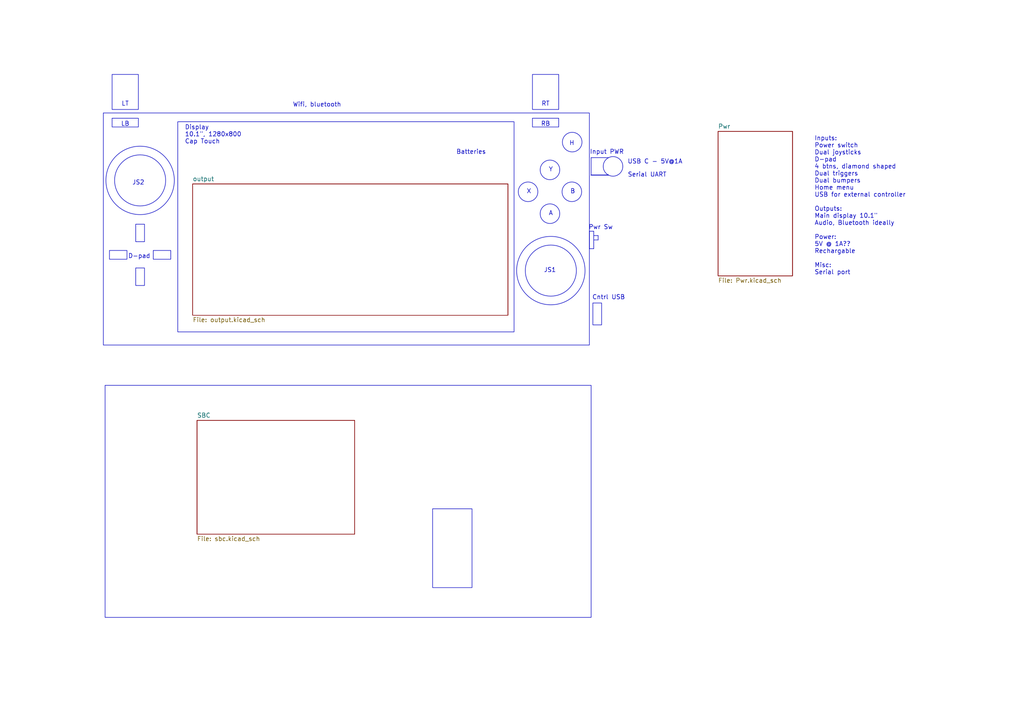
<source format=kicad_sch>
(kicad_sch
	(version 20250114)
	(generator "eeschema")
	(generator_version "9.0")
	(uuid "e2b47f54-afd4-414f-8c8f-251eedeb980e")
	(paper "A4")
	(lib_symbols)
	(rectangle
		(start 51.562 35.306)
		(end 149.098 96.266)
		(stroke
			(width 0)
			(type default)
		)
		(fill
			(type none)
		)
		(uuid 10a3bd39-5fcd-400d-878e-3cb6e3f65316)
	)
	(circle
		(center 153.162 55.626)
		(radius 2.8398)
		(stroke
			(width 0)
			(type default)
		)
		(fill
			(type none)
		)
		(uuid 32a06323-e2fc-490c-8814-9abe0c1c3776)
	)
	(circle
		(center 159.766 78.486)
		(radius 7.4053)
		(stroke
			(width 0)
			(type default)
		)
		(fill
			(type none)
		)
		(uuid 36715e1f-da89-4c38-83f5-31748fac4eed)
	)
	(circle
		(center 165.9614 41.2187)
		(radius 2.8398)
		(stroke
			(width 0)
			(type default)
		)
		(fill
			(type none)
		)
		(uuid 3e042596-67b0-4d55-8b88-34b64cf3aad9)
	)
	(circle
		(center 165.862 55.626)
		(radius 2.8398)
		(stroke
			(width 0)
			(type default)
		)
		(fill
			(type none)
		)
		(uuid 416dacdc-d5c4-46e5-94e9-6c14e1285a9f)
	)
	(rectangle
		(start 31.75 72.644)
		(end 36.83 75.184)
		(stroke
			(width 0)
			(type default)
		)
		(fill
			(type none)
		)
		(uuid 5637fbc8-648c-4d21-8900-db3c74141d8d)
	)
	(rectangle
		(start 30.48 111.76)
		(end 171.45 179.07)
		(stroke
			(width 0)
			(type default)
		)
		(fill
			(type none)
		)
		(uuid 67019275-d795-4f66-b0e5-440be991c37d)
	)
	(circle
		(center 159.512 61.976)
		(radius 2.8398)
		(stroke
			(width 0)
			(type default)
		)
		(fill
			(type none)
		)
		(uuid 72609b5a-1ace-4917-8619-51a2e9b3e977)
	)
	(rectangle
		(start 32.512 34.29)
		(end 40.132 36.83)
		(stroke
			(width 0)
			(type default)
		)
		(fill
			(type none)
		)
		(uuid 7511889c-b445-43ce-a554-36d0866a9a74)
	)
	(circle
		(center 159.766 78.486)
		(radius 9.919)
		(stroke
			(width 0)
			(type default)
		)
		(fill
			(type none)
		)
		(uuid 78cd3594-e700-4e9b-a31a-e83ec8455342)
	)
	(rectangle
		(start 39.37 77.724)
		(end 41.91 82.804)
		(stroke
			(width 0)
			(type default)
		)
		(fill
			(type none)
		)
		(uuid 928a473a-45ed-400c-8872-0bb22c47f680)
	)
	(rectangle
		(start 154.432 34.29)
		(end 162.052 36.83)
		(stroke
			(width 0)
			(type default)
		)
		(fill
			(type none)
		)
		(uuid 9d0f7133-0f34-494d-a14d-9d2e5370d4ed)
	)
	(circle
		(center 40.64 52.324)
		(radius 9.919)
		(stroke
			(width 0)
			(type default)
		)
		(fill
			(type none)
		)
		(uuid a2805a7d-85eb-4bd0-89ce-ebd89dcc3e7c)
	)
	(circle
		(center 40.64 52.324)
		(radius 7.4053)
		(stroke
			(width 0)
			(type default)
		)
		(fill
			(type none)
		)
		(uuid a59c1a94-0295-4ec7-a409-20586399c203)
	)
	(rectangle
		(start 154.432 21.59)
		(end 162.052 31.75)
		(stroke
			(width 0)
			(type default)
		)
		(fill
			(type none)
		)
		(uuid ad91e617-40f9-48ce-91be-c8eb7dc8fbf6)
	)
	(circle
		(center 177.8 48.26)
		(radius 2.8398)
		(stroke
			(width 0)
			(type default)
		)
		(fill
			(type none)
		)
		(uuid aeae3a10-9363-49a2-9f7d-fc3d72fbdf84)
	)
	(rectangle
		(start 44.45 72.644)
		(end 49.53 75.184)
		(stroke
			(width 0)
			(type default)
		)
		(fill
			(type none)
		)
		(uuid b22a1a1f-869a-4181-bcc3-35172298fa25)
	)
	(circle
		(center 159.512 49.276)
		(radius 2.8398)
		(stroke
			(width 0)
			(type default)
		)
		(fill
			(type none)
		)
		(uuid c2b21cfd-bc94-4ec5-879b-09709d9041f1)
	)
	(rectangle
		(start 32.512 21.59)
		(end 40.132 31.75)
		(stroke
			(width 0)
			(type default)
		)
		(fill
			(type none)
		)
		(uuid c7e21c73-ed69-4a10-a7f5-9106e20d6214)
	)
	(rectangle
		(start 171.958 87.884)
		(end 174.498 94.234)
		(stroke
			(width 0)
			(type default)
		)
		(fill
			(type none)
		)
		(uuid d0517db7-cc02-4f5c-8882-dd383fbabf8f)
	)
	(rectangle
		(start 29.972 32.766)
		(end 170.942 100.076)
		(stroke
			(width 0)
			(type default)
		)
		(fill
			(type none)
		)
		(uuid ec017fa7-2e12-4e5e-8c71-1b8d8d535edc)
	)
	(rectangle
		(start 125.476 147.574)
		(end 136.906 170.434)
		(stroke
			(width 0)
			(type default)
		)
		(fill
			(type none)
		)
		(uuid ed51a725-b947-479d-a18d-8c44b969fe0c)
	)
	(rectangle
		(start 39.37 65.024)
		(end 41.91 70.104)
		(stroke
			(width 0)
			(type default)
		)
		(fill
			(type none)
		)
		(uuid f3cdbf67-7f35-4537-8a2f-96059e79fb35)
	)
	(text "Display\n10.1\", 1280x800\nCap Touch"
		(exclude_from_sim no)
		(at 53.594 39.116 0)
		(effects
			(font
				(size 1.27 1.27)
			)
			(justify left)
		)
		(uuid "035a0749-a560-4c0b-8531-37177ab28cef")
	)
	(text "D-pad"
		(exclude_from_sim no)
		(at 40.386 74.422 0)
		(effects
			(font
				(size 1.27 1.27)
			)
		)
		(uuid "118dd6df-c56b-458a-9146-ed7bc72b7314")
	)
	(text "B"
		(exclude_from_sim no)
		(at 166.116 55.626 0)
		(effects
			(font
				(size 1.27 1.27)
			)
		)
		(uuid "11eefa4a-bd94-490e-b96f-22064c1ba156")
	)
	(text "A"
		(exclude_from_sim no)
		(at 159.766 61.976 0)
		(effects
			(font
				(size 1.27 1.27)
			)
		)
		(uuid "122a55f7-ec84-4910-afe8-45fffaadb7b7")
	)
	(text "Cntrl USB"
		(exclude_from_sim no)
		(at 176.53 86.36 0)
		(effects
			(font
				(size 1.27 1.27)
			)
		)
		(uuid "26f6944a-0453-4cb1-8e00-58260f552a49")
	)
	(text "USB C - 5V@1A"
		(exclude_from_sim no)
		(at 189.992 46.99 0)
		(effects
			(font
				(size 1.27 1.27)
			)
		)
		(uuid "2c9efc13-4358-4b8a-8ca6-85b29a5891fb")
	)
	(text "H"
		(exclude_from_sim no)
		(at 165.862 41.656 0)
		(effects
			(font
				(size 1.27 1.27)
			)
		)
		(uuid "2ddac7bf-3f52-456a-841a-1f9b47f07669")
	)
	(text "Inputs:\nPower switch\nDual joysticks\nD-pad\n4 btns, diamond shaped\nDual triggers\nDual bumpers\nHome menu\nUSB for external controller\n\nOutputs:\nMain display 10.1\"\nAudio, Bluetooth ideally\n\nPower:\n5V @ 1A??\nRechargable\n\nMisc:\nSerial port"
		(exclude_from_sim yes)
		(at 236.22 59.69 0)
		(effects
			(font
				(size 1.27 1.27)
			)
			(justify left)
		)
		(uuid "35e1f058-fc22-483c-bb08-cb6cca9384ed")
	)
	(text "Y"
		(exclude_from_sim no)
		(at 159.766 49.276 0)
		(effects
			(font
				(size 1.27 1.27)
			)
		)
		(uuid "4e69fbd0-c170-42ad-a500-cda2b3ed765a")
	)
	(text "RT"
		(exclude_from_sim no)
		(at 158.242 30.226 0)
		(effects
			(font
				(size 1.27 1.27)
			)
		)
		(uuid "88e74aa3-3991-4f9a-a600-d01f7dee710e")
	)
	(text "JS1"
		(exclude_from_sim no)
		(at 159.512 78.486 0)
		(effects
			(font
				(size 1.27 1.27)
			)
		)
		(uuid "8c7ba5ef-8487-4384-a63a-2e1e57c6967c")
	)
	(text "Serial UART"
		(exclude_from_sim no)
		(at 187.706 50.8 0)
		(effects
			(font
				(size 1.27 1.27)
			)
		)
		(uuid "8d315909-f536-4bb8-bb2f-af106181319d")
	)
	(text "Input PWR"
		(exclude_from_sim no)
		(at 176.022 44.196 0)
		(effects
			(font
				(size 1.27 1.27)
			)
		)
		(uuid "9bc708cf-2c49-46ca-b168-b9aeda065341")
	)
	(text "X"
		(exclude_from_sim no)
		(at 153.416 55.626 0)
		(effects
			(font
				(size 1.27 1.27)
			)
		)
		(uuid "a5c7c926-ad3a-4934-877c-7c16c1bef784")
	)
	(text "Batteries"
		(exclude_from_sim no)
		(at 136.652 44.196 0)
		(effects
			(font
				(size 1.27 1.27)
			)
		)
		(uuid "ae6f567e-8204-4ed1-8e1a-1b7a629fadd6")
	)
	(text "RB"
		(exclude_from_sim no)
		(at 158.242 36.068 0)
		(effects
			(font
				(size 1.27 1.27)
			)
		)
		(uuid "b76ac6d5-db61-4a7a-a8f5-ab7ceb61120d")
	)
	(text "LT"
		(exclude_from_sim no)
		(at 36.322 30.226 0)
		(effects
			(font
				(size 1.27 1.27)
			)
		)
		(uuid "bfea8398-7196-4b3d-8e32-f6a5d8e6faf7")
	)
	(text "LB"
		(exclude_from_sim no)
		(at 36.322 36.068 0)
		(effects
			(font
				(size 1.27 1.27)
			)
		)
		(uuid "c9f1ebef-f149-49e2-ac7f-8b825da2da84")
	)
	(text "Wifi, bluetooth"
		(exclude_from_sim no)
		(at 91.948 30.48 0)
		(effects
			(font
				(size 1.27 1.27)
			)
		)
		(uuid "d3ae3517-d4e5-4907-a810-12cb8f981f62")
	)
	(text "Pwr Sw"
		(exclude_from_sim no)
		(at 174.244 66.04 0)
		(effects
			(font
				(size 1.27 1.27)
			)
		)
		(uuid "e931f3e3-8a06-45ad-9de6-200b3a6e9d35")
	)
	(text "JS2"
		(exclude_from_sim no)
		(at 40.132 53.086 0)
		(effects
			(font
				(size 1.27 1.27)
			)
		)
		(uuid "fba465f9-4fea-4045-b488-3fadd3f6cbc9")
	)
	(polyline
		(pts
			(xy 176.53 50.8) (xy 171.45 50.8)
		)
		(stroke
			(width 0)
			(type default)
		)
		(uuid "03b94d8f-6d14-4922-9301-1e5a39e481eb")
	)
	(polyline
		(pts
			(xy 172.212 69.596) (xy 173.482 69.596)
		)
		(stroke
			(width 0)
			(type default)
		)
		(uuid "1822fd2a-31d0-451d-b911-3a7f83d8a05e")
	)
	(polyline
		(pts
			(xy 176.53 45.72) (xy 171.45 45.72)
		)
		(stroke
			(width 0)
			(type default)
		)
		(uuid "1f1ce52b-1904-4970-892b-f1a908b6be8d")
	)
	(polyline
		(pts
			(xy 176.53 50.8) (xy 171.45 50.8)
		)
		(stroke
			(width 0)
			(type default)
		)
		(uuid "56bbc898-2f03-4048-8662-b61f585fd898")
	)
	(polyline
		(pts
			(xy 171.45 45.72) (xy 171.45 50.8)
		)
		(stroke
			(width 0)
			(type default)
		)
		(uuid "6c430ab1-9d12-4db3-9d05-3a85cae645b8")
	)
	(polyline
		(pts
			(xy 172.212 72.136) (xy 172.212 67.056)
		)
		(stroke
			(width 0)
			(type default)
		)
		(uuid "75a57be0-1056-4a67-83b5-8d6567ffb381")
	)
	(polyline
		(pts
			(xy 170.942 72.136) (xy 172.212 72.136)
		)
		(stroke
			(width 0)
			(type default)
		)
		(uuid "804def57-b6a3-4fed-ac66-1f0ba0a35268")
	)
	(polyline
		(pts
			(xy 176.53 50.8) (xy 171.45 50.8)
		)
		(stroke
			(width 0)
			(type default)
		)
		(uuid "9e75422e-c12e-452f-acda-9eca3d344b3a")
	)
	(polyline
		(pts
			(xy 173.482 68.326) (xy 173.482 69.596)
		)
		(stroke
			(width 0)
			(type default)
		)
		(uuid "a0e1f528-012f-45ac-9056-cdd1d2bdc31f")
	)
	(polyline
		(pts
			(xy 176.53 50.8) (xy 171.45 50.8)
		)
		(stroke
			(width 0)
			(type default)
		)
		(uuid "b0d24b51-8fb4-404b-b5cb-78fcde601cd8")
	)
	(polyline
		(pts
			(xy 170.942 67.056) (xy 170.942 72.136)
		)
		(stroke
			(width 0)
			(type default)
		)
		(uuid "b7f5d89e-47be-4e2e-bef9-ba87fa6525ed")
	)
	(polyline
		(pts
			(xy 170.942 67.056) (xy 172.212 67.056)
		)
		(stroke
			(width 0)
			(type default)
		)
		(uuid "ce3f8ce7-2a0f-4b5b-b85b-a09432c41b94")
	)
	(polyline
		(pts
			(xy 172.212 68.326) (xy 173.482 68.326)
		)
		(stroke
			(width 0)
			(type default)
		)
		(uuid "d3a2b0bb-4e50-47f8-9cc6-070d3fe09e89")
	)
	(sheet
		(at 26.67 -62.23)
		(size 24.13 54.61)
		(exclude_from_sim no)
		(in_bom yes)
		(on_board yes)
		(dnp no)
		(fields_autoplaced yes)
		(stroke
			(width 0.1524)
			(type solid)
		)
		(fill
			(color 0 0 0 0.0000)
		)
		(uuid "35c94761-efac-418a-91db-c9b83c0b3899")
		(property "Sheetname" "CntrlLeft"
			(at 26.67 -62.9416 0)
			(effects
				(font
					(size 1.27 1.27)
				)
				(justify left bottom)
			)
		)
		(property "Sheetfile" "CntrlLeft.kicad_sch"
			(at 26.67 -7.0354 0)
			(effects
				(font
					(size 1.27 1.27)
				)
				(justify left top)
			)
		)
		(instances
			(project "sb_handheld"
				(path "/e2b47f54-afd4-414f-8c8f-251eedeb980e"
					(page "6")
				)
			)
		)
	)
	(sheet
		(at 57.15 121.92)
		(size 45.72 33.02)
		(exclude_from_sim no)
		(in_bom yes)
		(on_board yes)
		(dnp no)
		(fields_autoplaced yes)
		(stroke
			(width 0.1524)
			(type solid)
		)
		(fill
			(color 0 0 0 0.0000)
		)
		(uuid "54ad1413-ad8b-422f-86f7-54b541faf2f8")
		(property "Sheetname" "SBC"
			(at 57.15 121.2084 0)
			(effects
				(font
					(size 1.27 1.27)
				)
				(justify left bottom)
			)
		)
		(property "Sheetfile" "sbc.kicad_sch"
			(at 57.15 155.5246 0)
			(effects
				(font
					(size 1.27 1.27)
				)
				(justify left top)
			)
		)
		(instances
			(project "sb_handheld"
				(path "/e2b47f54-afd4-414f-8c8f-251eedeb980e"
					(page "4")
				)
			)
		)
	)
	(sheet
		(at 151.13 -62.23)
		(size 25.4 54.61)
		(exclude_from_sim no)
		(in_bom yes)
		(on_board yes)
		(dnp no)
		(fields_autoplaced yes)
		(stroke
			(width 0.1524)
			(type solid)
		)
		(fill
			(color 0 0 0 0.0000)
		)
		(uuid "6239e351-1e9b-4e1a-998c-979da75b2bd8")
		(property "Sheetname" "CntrlRight"
			(at 151.13 -62.9416 0)
			(effects
				(font
					(size 1.27 1.27)
				)
				(justify left bottom)
			)
		)
		(property "Sheetfile" "UserIn.kicad_sch"
			(at 151.13 -7.0354 0)
			(effects
				(font
					(size 1.27 1.27)
				)
				(justify left top)
			)
		)
		(instances
			(project "sb_handheld"
				(path "/e2b47f54-afd4-414f-8c8f-251eedeb980e"
					(page "3")
				)
			)
		)
	)
	(sheet
		(at 208.28 38.1)
		(size 21.59 41.91)
		(exclude_from_sim no)
		(in_bom yes)
		(on_board yes)
		(dnp no)
		(fields_autoplaced yes)
		(stroke
			(width 0.1524)
			(type solid)
		)
		(fill
			(color 0 0 0 0.0000)
		)
		(uuid "a13c2f15-7cd7-4af9-b5b9-3924f59a5254")
		(property "Sheetname" "Pwr"
			(at 208.28 37.3884 0)
			(effects
				(font
					(size 1.27 1.27)
				)
				(justify left bottom)
			)
		)
		(property "Sheetfile" "Pwr.kicad_sch"
			(at 208.28 80.5946 0)
			(effects
				(font
					(size 1.27 1.27)
				)
				(justify left top)
			)
		)
		(instances
			(project "sb_handheld"
				(path "/e2b47f54-afd4-414f-8c8f-251eedeb980e"
					(page "2")
				)
			)
		)
	)
	(sheet
		(at 55.88 53.34)
		(size 91.44 38.1)
		(exclude_from_sim no)
		(in_bom yes)
		(on_board yes)
		(dnp no)
		(fields_autoplaced yes)
		(stroke
			(width 0.1524)
			(type solid)
		)
		(fill
			(color 0 0 0 0.0000)
		)
		(uuid "f831da7e-61a6-4d27-b31a-fe959e4e10bb")
		(property "Sheetname" "output"
			(at 55.88 52.6284 0)
			(effects
				(font
					(size 1.27 1.27)
				)
				(justify left bottom)
			)
		)
		(property "Sheetfile" "output.kicad_sch"
			(at 55.88 92.0246 0)
			(effects
				(font
					(size 1.27 1.27)
				)
				(justify left top)
			)
		)
		(instances
			(project "sb_handheld"
				(path "/e2b47f54-afd4-414f-8c8f-251eedeb980e"
					(page "5")
				)
			)
		)
	)
	(sheet_instances
		(path "/"
			(page "1")
		)
	)
	(embedded_fonts no)
)

</source>
